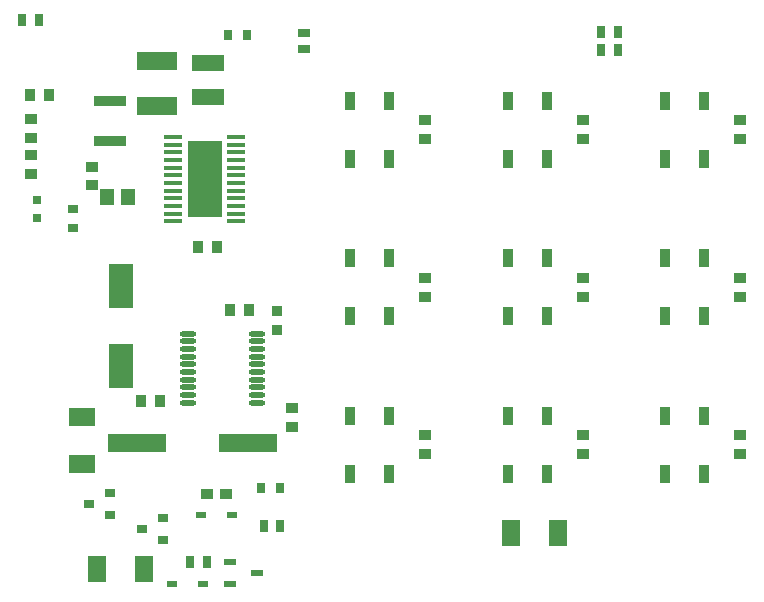
<source format=gtp>
G04*
G04 #@! TF.GenerationSoftware,Altium Limited,Altium Designer,18.0.11 (651)*
G04*
G04 Layer_Color=8421504*
%FSLAX44Y44*%
%MOMM*%
G71*
G01*
G75*
%ADD15R,0.9000X1.5000*%
%ADD16R,1.5500X2.2000*%
%ADD17R,1.0000X0.9500*%
%ADD18R,1.0000X0.9500*%
%ADD19O,1.4000X0.4500*%
%ADD20R,0.9000X0.5000*%
%ADD21R,2.1000X3.8500*%
%ADD22R,4.9500X1.6500*%
%ADD23R,0.9720X0.8020*%
%ADD24R,0.7200X0.9900*%
%ADD25R,0.9500X0.8000*%
%ADD26R,0.8000X0.8000*%
%ADD27R,0.9500X0.9000*%
%ADD28R,0.9500X1.0000*%
%ADD29R,0.8000X0.9500*%
%ADD30R,0.8500X0.5000*%
%ADD31R,1.0500X0.5500*%
%ADD32R,0.9900X0.7200*%
%ADD33R,2.8000X0.9500*%
%ADD34R,2.2000X1.5500*%
%ADD35R,1.1500X1.4500*%
%ADD36R,1.0000X0.9000*%
%ADD37R,0.9000X1.0000*%
%ADD38R,2.8000X1.3500*%
%ADD39R,3.4000X1.6500*%
%ADD40R,1.5500X0.4500*%
%ADD41R,2.8500X6.5000*%
D15*
X588020Y108850D02*
D03*
X621020D02*
D03*
Y157850D02*
D03*
X588020D02*
D03*
Y242200D02*
D03*
X621020D02*
D03*
Y291200D02*
D03*
X588020D02*
D03*
Y375550D02*
D03*
X621020D02*
D03*
Y424550D02*
D03*
X588020D02*
D03*
X454670Y375550D02*
D03*
X487670D02*
D03*
Y424550D02*
D03*
X454670D02*
D03*
Y242200D02*
D03*
X487670D02*
D03*
Y291200D02*
D03*
X454670D02*
D03*
Y108850D02*
D03*
X487670D02*
D03*
Y157850D02*
D03*
X454670D02*
D03*
X321320Y108850D02*
D03*
X354320D02*
D03*
Y157850D02*
D03*
X321320D02*
D03*
Y242200D02*
D03*
X354320D02*
D03*
Y291200D02*
D03*
X321320D02*
D03*
Y375550D02*
D03*
X354320D02*
D03*
Y424550D02*
D03*
X321320D02*
D03*
D16*
X497520Y58420D02*
D03*
X457520D02*
D03*
X147000Y27940D02*
D03*
X107000D02*
D03*
D17*
X384810Y125350D02*
D03*
Y141350D02*
D03*
Y258700D02*
D03*
Y274700D02*
D03*
Y392050D02*
D03*
Y408050D02*
D03*
X518160Y125350D02*
D03*
Y141350D02*
D03*
Y258700D02*
D03*
Y274700D02*
D03*
Y392050D02*
D03*
Y408050D02*
D03*
X651510Y392050D02*
D03*
Y408050D02*
D03*
Y125350D02*
D03*
Y141350D02*
D03*
Y258700D02*
D03*
Y274700D02*
D03*
X271882Y164464D02*
D03*
Y148464D02*
D03*
X102667Y368934D02*
D03*
Y352934D02*
D03*
X50800Y393320D02*
D03*
Y409320D02*
D03*
D18*
X200280Y91440D02*
D03*
X216280D02*
D03*
D19*
X183860Y227370D02*
D03*
Y220870D02*
D03*
Y214370D02*
D03*
Y207870D02*
D03*
Y201370D02*
D03*
Y194870D02*
D03*
Y188370D02*
D03*
Y181870D02*
D03*
Y175370D02*
D03*
Y168870D02*
D03*
X242860Y227370D02*
D03*
Y220870D02*
D03*
Y214370D02*
D03*
Y207870D02*
D03*
Y201370D02*
D03*
Y194870D02*
D03*
Y188370D02*
D03*
Y181870D02*
D03*
Y175370D02*
D03*
Y168870D02*
D03*
D20*
X221280Y73660D02*
D03*
X195280D02*
D03*
D21*
X127000Y199680D02*
D03*
Y267680D02*
D03*
D22*
X234960Y134620D02*
D03*
X140960D02*
D03*
D23*
X145277Y61951D02*
D03*
X162977Y71451D02*
D03*
Y52451D02*
D03*
X100548Y83414D02*
D03*
X118248Y92914D02*
D03*
Y73914D02*
D03*
D24*
X43900Y492760D02*
D03*
X57700D02*
D03*
X248319Y64186D02*
D03*
X262119D02*
D03*
X185988Y34341D02*
D03*
X199788D02*
D03*
X547920Y467360D02*
D03*
X534120D02*
D03*
X547920Y482600D02*
D03*
X534120D02*
D03*
D25*
X86360Y317120D02*
D03*
Y333120D02*
D03*
D26*
X55879Y340241D02*
D03*
Y325241D02*
D03*
D27*
X259080Y246760D02*
D03*
Y230760D02*
D03*
D28*
X219330Y247396D02*
D03*
X235330D02*
D03*
X160400Y170180D02*
D03*
X144400D02*
D03*
X208609Y301142D02*
D03*
X192609D02*
D03*
D29*
X234060Y480060D02*
D03*
X218060D02*
D03*
X246102Y96901D02*
D03*
X262102D02*
D03*
D30*
X170794Y15291D02*
D03*
X196794D02*
D03*
D31*
X219538Y34113D02*
D03*
Y15113D02*
D03*
X242538Y24613D02*
D03*
D32*
X282524Y482058D02*
D03*
Y468258D02*
D03*
D33*
X117831Y390492D02*
D03*
Y424492D02*
D03*
D34*
X93980Y117160D02*
D03*
Y157160D02*
D03*
D35*
X133155Y343230D02*
D03*
X115155D02*
D03*
D36*
X50800Y378840D02*
D03*
Y362840D02*
D03*
D37*
X50420Y429260D02*
D03*
X66420D02*
D03*
D38*
X200660Y427460D02*
D03*
Y456460D02*
D03*
D39*
X157480Y420420D02*
D03*
Y458420D02*
D03*
D40*
X225120Y322390D02*
D03*
Y328890D02*
D03*
Y335390D02*
D03*
Y341890D02*
D03*
Y348390D02*
D03*
Y354890D02*
D03*
Y361390D02*
D03*
Y367890D02*
D03*
Y374390D02*
D03*
Y380890D02*
D03*
Y387390D02*
D03*
Y393890D02*
D03*
X171120D02*
D03*
Y387390D02*
D03*
Y380890D02*
D03*
Y374390D02*
D03*
Y367890D02*
D03*
Y361390D02*
D03*
Y354890D02*
D03*
Y348390D02*
D03*
Y341890D02*
D03*
Y335390D02*
D03*
Y328890D02*
D03*
Y322390D02*
D03*
D41*
X198120Y358140D02*
D03*
M02*

</source>
